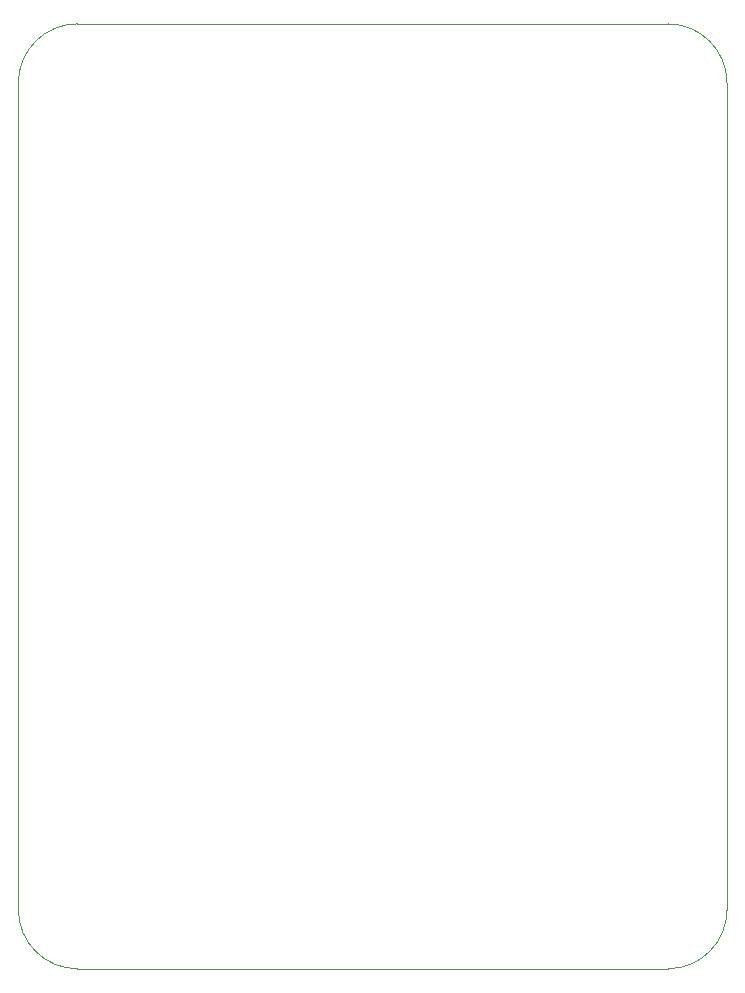
<source format=gbr>
%TF.GenerationSoftware,Altium Limited,Altium Designer,25.4.2 (15)*%
G04 Layer_Color=16711935*
%FSLAX45Y45*%
%MOMM*%
%TF.SameCoordinates,19D022B1-5E63-46E7-B1F0-11DBF932BF25*%
%TF.FilePolarity,Positive*%
%TF.FileFunction,Other,Board*%
%TF.Part,Single*%
G01*
G75*
%TA.AperFunction,NonConductor*%
%ADD83C,0.10160*%
%ADD87C,0.10200*%
D83*
X500002Y8000000D02*
G03*
X2Y7500000I0J-500000D01*
G01*
X6000001D02*
G03*
X5500002Y8000000I-500000J0D01*
G01*
Y0D02*
G03*
X6000002Y500000I0J500000D01*
G01*
X2D02*
G03*
X500002Y0I500000J0D01*
G01*
X500004Y7999998D02*
X5500004D01*
X6000005Y7500000D02*
X6000006Y500000D01*
X2Y7500000D02*
X3Y500000D01*
D87*
X500002Y0D02*
X5500002D01*
%TF.MD5,a3a859b187b319eb71696ed7b812b7d1*%
M02*

</source>
